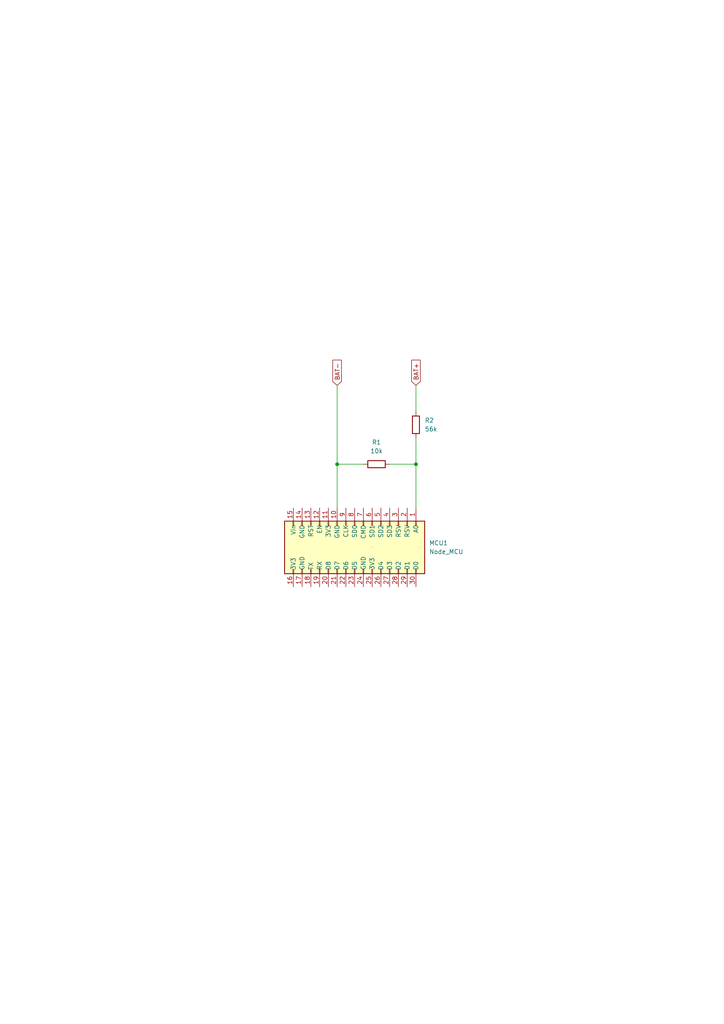
<source format=kicad_sch>
(kicad_sch (version 20230121) (generator eeschema)
  (paper "A4" portrait)
  (title_block (title "Battery Debugger") (date "12/2024") (rev "V1"))
  (lib_symbols
    (symbol "Custom_Symbols:Node_MCU" (pin_names (offset 1.016))
      (property "Reference" "MCU" (at 0 22.86 0))
      (property "Value" "Node_MCU" (at 0 26.67 0))
      (symbol "Node_MCU_0_1"
        (rectangle (start -7.62 21.59) (end 7.62 -19.05) (stroke (width 0.254)) (fill (type background)))
        (rectangle (start 0 20.32) (end 0 20.32))
      )
      (symbol "Node_MCU_1_1"
        (rectangle (start -7.62 -16.383) (end -6.35 -16.637) (stroke (width 0.1524)))
        (rectangle (start -7.62 -13.843) (end -6.35 -14.097) (stroke (width 0.1524)))
        (rectangle (start -7.62 -11.303) (end -6.35 -11.557) (stroke (width 0.1524)))
        (rectangle (start -7.62 -8.763) (end -6.35 -9.017) (stroke (width 0.1524)))
        (rectangle (start -7.62 -6.223) (end -6.35 -6.477) (stroke (width 0.1524)))
        (rectangle (start -7.62 -3.683) (end -6.35 -3.937) (stroke (width 0.1524)))
        (rectangle (start -7.62 -1.143) (end -6.35 -1.397) (stroke (width 0.1524)))
        (rectangle (start -7.62 1.397) (end -6.35 1.143) (stroke (width 0.1524)))
        (rectangle (start -7.62 3.937) (end -6.35 3.683) (stroke (width 0.1524)))
        (rectangle (start -7.62 6.477) (end -6.35 6.223) (stroke (width 0.1524)))
        (rectangle (start -7.62 9.017) (end -6.35 8.763) (stroke (width 0.1524)))
        (rectangle (start -7.62 11.557) (end -6.35 11.303) (stroke (width 0.1524)))
        (rectangle (start -7.62 14.097) (end -6.35 13.843) (stroke (width 0.1524)))
        (rectangle (start -7.62 16.637) (end -6.35 16.383) (stroke (width 0.1524)))
        (rectangle (start -7.62 19.177) (end -6.35 18.923) (stroke (width 0.1524)))
        (rectangle (start 0 6.35) (end 0 6.35))
        (rectangle (start 7.62 -16.637) (end 6.35 -16.383) (stroke (width 0.1524)))
        (rectangle (start 7.62 -14.097) (end 6.35 -13.843) (stroke (width 0.1524)))
        (rectangle (start 7.62 -11.557) (end 6.35 -11.303) (stroke (width 0.1524)))
        (rectangle (start 7.62 -9.017) (end 6.35 -8.763) (stroke (width 0.1524)))
        (rectangle (start 7.62 -6.477) (end 6.35 -6.223) (stroke (width 0.1524)))
        (rectangle (start 7.62 -3.937) (end 6.35 -3.683) (stroke (width 0.1524)))
        (rectangle (start 7.62 -1.397) (end 6.35 -1.143) (stroke (width 0.1524)))
        (rectangle (start 7.62 1.143) (end 6.35 1.397) (stroke (width 0.1524)))
        (rectangle (start 7.62 3.683) (end 6.35 3.937) (stroke (width 0.1524)))
        (rectangle (start 7.62 6.223) (end 6.35 6.477) (stroke (width 0.1524)))
        (rectangle (start 7.62 8.763) (end 6.35 9.017) (stroke (width 0.1524)))
        (rectangle (start 7.62 11.303) (end 6.35 11.557) (stroke (width 0.1524)))
        (rectangle (start 7.62 13.843) (end 6.35 14.097) (stroke (width 0.1524)))
        (rectangle (start 7.62 16.383) (end 6.35 16.637) (stroke (width 0.1524)))
        (rectangle (start 7.62 18.923) (end 6.35 19.177) (stroke (width 0.1524)))
        (pin passive line (at -11.43 19.05 0) (length 3.81) (name "A0") (number "1"))
        (pin passive line (at -11.43 -3.81 0) (length 3.81) (name "GND") (number "10"))
        (pin passive line (at -11.43 -6.35 0) (length 3.81) (name "3V3") (number "11"))
        (pin passive line (at -11.43 -8.89 0) (length 3.81) (name "EN") (number "12"))
        (pin passive line (at -11.43 -11.43 0) (length 3.81) (name "RST") (number "13"))
        (pin passive line (at -11.43 -13.97 0) (length 3.81) (name "GND") (number "14"))
        (pin passive line (at -11.43 -16.51 0) (length 3.81) (name "Vin") (number "15"))
        (pin passive line (at 11.43 -16.51 180) (length 3.81) (name "3V3") (number "16"))
        (pin passive line (at 11.43 -13.97 180) (length 3.81) (name "GND") (number "17"))
        (pin passive line (at 11.43 -11.43 180) (length 3.81) (name "TX") (number "18"))
        (pin passive line (at 11.43 -8.89 180) (length 3.81) (name "RX") (number "19"))
        (pin passive line (at -11.43 16.51 0) (length 3.81) (name "RSV") (number "2"))
        (pin passive line (at 11.43 -6.35 180) (length 3.81) (name "D8") (number "20"))
        (pin passive line (at 11.43 -3.81 180) (length 3.81) (name "D7") (number "21"))
        (pin passive line (at 11.43 -1.27 180) (length 3.81) (name "D6") (number "22"))
        (pin passive line (at 11.43 1.27 180) (length 3.81) (name "D5") (number "23"))
        (pin passive line (at 11.43 3.81 180) (length 3.81) (name "GND") (number "24"))
        (pin passive line (at 11.43 6.35 180) (length 3.81) (name "3V3") (number "25"))
        (pin passive line (at 11.43 8.89 180) (length 3.81) (name "D4") (number "26"))
        (pin passive line (at 11.43 11.43 180) (length 3.81) (name "D3") (number "27"))
        (pin passive line (at 11.43 13.97 180) (length 3.81) (name "D2") (number "28"))
        (pin passive line (at 11.43 16.51 180) (length 3.81) (name "D1") (number "29"))
        (pin passive line (at -11.43 13.97 0) (length 3.81) (name "RSV") (number "3"))
        (pin passive line (at 11.43 19.05 180) (length 3.81) (name "D0") (number "30"))
        (pin passive line (at -11.43 11.43 0) (length 3.81) (name "SD3") (number "4"))
        (pin passive line (at -11.43 8.89 0) (length 3.81) (name "SD2") (number "5"))
        (pin passive line (at -11.43 6.35 0) (length 3.81) (name "SD1") (number "6"))
        (pin passive line (at -11.43 3.81 0) (length 3.81) (name "CMD") (number "7"))
        (pin passive line (at -11.43 1.27 0) (length 3.81) (name "SD0") (number "8"))
        (pin passive line (at -11.43 -1.27 0) (length 3.81) (name "CLK") (number "9"))
      )
    )
    (symbol "Device:R" (pin_numbers hide) (pin_names (offset 0))
      (property "Reference" "R" (at 2.032 0 90))
      (property "Value" "R" (at 0 0 90))
      (symbol "R_0_1"
        (rectangle (start -1.016 -2.54) (end 1.016 2.54) (stroke (width 0.254)))
      )
      (symbol "R_1_1"
        (pin passive line (at 0 3.81 270) (length 1.27) (name "~") (number "1"))
        (pin passive line (at 0 -3.81 90) (length 1.27) (name "~") (number "2"))
      )
    )
  )
  (junction (at 97.79 134.62))
  (junction (at 120.65 134.62))
  (wire (pts (xy 113.03 134.62) (xy 120.65 134.62)))
  (wire (pts (xy 105.41 134.62) (xy 97.79 134.62)))
  (wire (pts (xy 97.79 134.62) (xy 97.79 147.32)))
  (wire (pts (xy 97.79 111.76) (xy 97.79 134.62)))
  (wire (pts (xy 120.65 127) (xy 120.65 134.62)))
  (wire (pts (xy 120.65 134.62) (xy 120.65 147.32)))
  (wire (pts (xy 120.65 111.76) (xy 120.65 119.38)))
  (global_label "BAT-" (shape input) (at 97.79 111.76 90) (property "Intersheetrefs" "${INTERSHEET_REFS}" (effects hide)))
  (global_label "BAT+" (shape input) (at 120.65 111.76 90) (property "Intersheetrefs" "${INTERSHEET_REFS}" (effects hide)))
  (symbol (lib_id "Device:R") (at 109.22 134.62 90) (unit 1)
    (property "Reference" "R1" (at 109.22 128.27 90))
    (property "Value" "10k" (at 109.22 130.81 90))
  )
  (symbol (lib_id "Device:R") (at 120.65 123.19 180) (unit 1)
    (property "Reference" "R2" (at 123.19 121.92 0) (effects (justify right)))
    (property "Value" "56k" (at 123.19 124.46 0) (effects (justify right)))
  )
  (symbol (lib_id "Custom_Symbols:Node_MCU") (at 101.6 158.75 270) (unit 1)
    (property "Reference" "MCU1" (at 124.46 157.48 90) (effects (justify left)))
    (property "Value" "Node_MCU" (at 124.46 160.02 90) (effects (justify left)))
    (property "Footprint" "Custom_Footprints:Node_MCU" (effects hide))
  )
)
</source>
